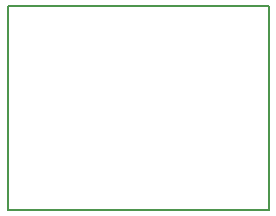
<source format=gbr>
%TF.GenerationSoftware,KiCad,Pcbnew,7.0.6-0*%
%TF.CreationDate,2023-09-04T19:04:00-04:00*%
%TF.ProjectId,Hapto_MK_2,48617074-6f5f-44d4-9b5f-322e6b696361,rev?*%
%TF.SameCoordinates,Original*%
%TF.FileFunction,Profile,NP*%
%FSLAX46Y46*%
G04 Gerber Fmt 4.6, Leading zero omitted, Abs format (unit mm)*
G04 Created by KiCad (PCBNEW 7.0.6-0) date 2023-09-04 19:04:00*
%MOMM*%
%LPD*%
G01*
G04 APERTURE LIST*
%TA.AperFunction,Profile*%
%ADD10C,0.200000*%
%TD*%
G04 APERTURE END LIST*
D10*
X143000000Y-99250000D02*
X165100000Y-99250000D01*
X165100000Y-116500000D01*
X143000000Y-116500000D01*
X143000000Y-99250000D01*
M02*

</source>
